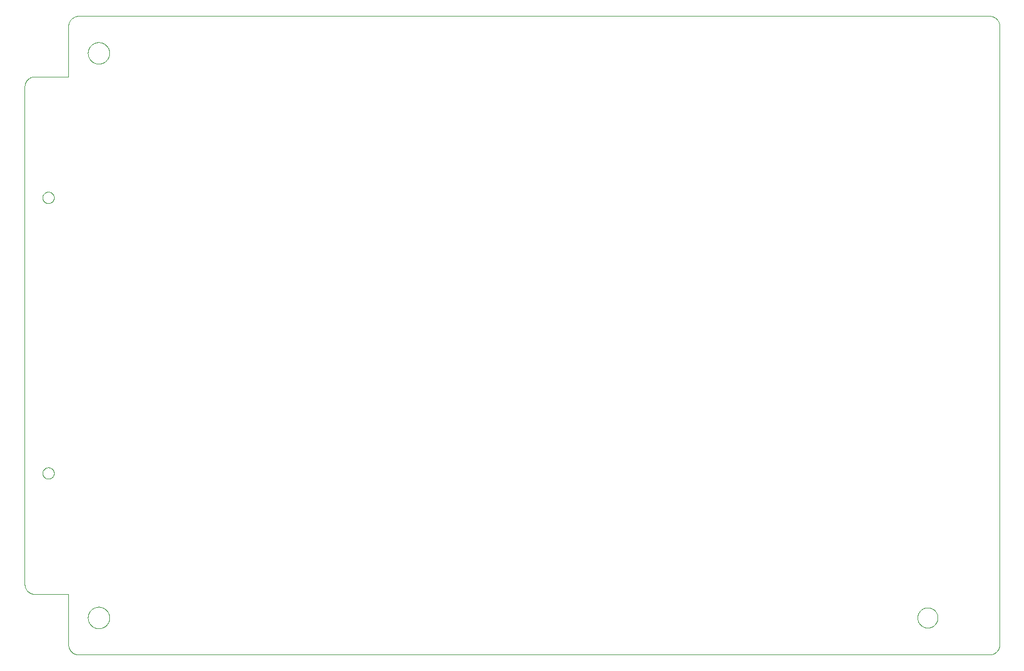
<source format=gko>
G75*
%MOIN*%
%OFA0B0*%
%FSLAX25Y25*%
%IPPOS*%
%LPD*%
%AMOC8*
5,1,8,0,0,1.08239X$1,22.5*
%
%ADD10C,0.00394*%
%ADD11C,0.00000*%
D10*
X0167522Y0076059D02*
X0167522Y0367398D01*
X0167524Y0367550D01*
X0167530Y0367702D01*
X0167540Y0367854D01*
X0167553Y0368005D01*
X0167571Y0368156D01*
X0167592Y0368307D01*
X0167618Y0368457D01*
X0167647Y0368606D01*
X0167680Y0368755D01*
X0167717Y0368902D01*
X0167757Y0369049D01*
X0167802Y0369194D01*
X0167850Y0369338D01*
X0167902Y0369481D01*
X0167957Y0369623D01*
X0168016Y0369763D01*
X0168079Y0369902D01*
X0168145Y0370039D01*
X0168215Y0370174D01*
X0168288Y0370307D01*
X0168365Y0370438D01*
X0168445Y0370568D01*
X0168528Y0370695D01*
X0168614Y0370820D01*
X0168704Y0370943D01*
X0168797Y0371063D01*
X0168893Y0371181D01*
X0168992Y0371297D01*
X0169094Y0371410D01*
X0169198Y0371520D01*
X0169306Y0371628D01*
X0169416Y0371732D01*
X0169529Y0371834D01*
X0169645Y0371933D01*
X0169763Y0372029D01*
X0169883Y0372122D01*
X0170006Y0372212D01*
X0170131Y0372298D01*
X0170258Y0372381D01*
X0170388Y0372461D01*
X0170519Y0372538D01*
X0170652Y0372611D01*
X0170787Y0372681D01*
X0170924Y0372747D01*
X0171063Y0372810D01*
X0171203Y0372869D01*
X0171345Y0372924D01*
X0171488Y0372976D01*
X0171632Y0373024D01*
X0171777Y0373069D01*
X0171924Y0373109D01*
X0172071Y0373146D01*
X0172220Y0373179D01*
X0172369Y0373208D01*
X0172519Y0373234D01*
X0172670Y0373255D01*
X0172821Y0373273D01*
X0172972Y0373286D01*
X0173124Y0373296D01*
X0173276Y0373302D01*
X0173428Y0373304D01*
X0173428Y0373303D02*
X0193113Y0373303D01*
X0193113Y0402831D01*
X0193112Y0402831D02*
X0193114Y0402983D01*
X0193120Y0403135D01*
X0193130Y0403287D01*
X0193143Y0403438D01*
X0193161Y0403589D01*
X0193182Y0403740D01*
X0193208Y0403890D01*
X0193237Y0404039D01*
X0193270Y0404188D01*
X0193307Y0404335D01*
X0193347Y0404482D01*
X0193392Y0404627D01*
X0193440Y0404771D01*
X0193492Y0404914D01*
X0193547Y0405056D01*
X0193606Y0405196D01*
X0193669Y0405335D01*
X0193735Y0405472D01*
X0193805Y0405607D01*
X0193878Y0405740D01*
X0193955Y0405871D01*
X0194035Y0406001D01*
X0194118Y0406128D01*
X0194204Y0406253D01*
X0194294Y0406376D01*
X0194387Y0406496D01*
X0194483Y0406614D01*
X0194582Y0406730D01*
X0194684Y0406843D01*
X0194788Y0406953D01*
X0194896Y0407061D01*
X0195006Y0407165D01*
X0195119Y0407267D01*
X0195235Y0407366D01*
X0195353Y0407462D01*
X0195473Y0407555D01*
X0195596Y0407645D01*
X0195721Y0407731D01*
X0195848Y0407814D01*
X0195978Y0407894D01*
X0196109Y0407971D01*
X0196242Y0408044D01*
X0196377Y0408114D01*
X0196514Y0408180D01*
X0196653Y0408243D01*
X0196793Y0408302D01*
X0196935Y0408357D01*
X0197078Y0408409D01*
X0197222Y0408457D01*
X0197367Y0408502D01*
X0197514Y0408542D01*
X0197661Y0408579D01*
X0197810Y0408612D01*
X0197959Y0408641D01*
X0198109Y0408667D01*
X0198260Y0408688D01*
X0198411Y0408706D01*
X0198562Y0408719D01*
X0198714Y0408729D01*
X0198866Y0408735D01*
X0199018Y0408737D01*
X0199018Y0408736D02*
X0732483Y0408736D01*
X0732483Y0408737D02*
X0732635Y0408735D01*
X0732787Y0408729D01*
X0732939Y0408719D01*
X0733090Y0408706D01*
X0733241Y0408688D01*
X0733392Y0408667D01*
X0733542Y0408641D01*
X0733691Y0408612D01*
X0733840Y0408579D01*
X0733987Y0408542D01*
X0734134Y0408502D01*
X0734279Y0408457D01*
X0734423Y0408409D01*
X0734566Y0408357D01*
X0734708Y0408302D01*
X0734848Y0408243D01*
X0734987Y0408180D01*
X0735124Y0408114D01*
X0735259Y0408044D01*
X0735392Y0407971D01*
X0735523Y0407894D01*
X0735653Y0407814D01*
X0735780Y0407731D01*
X0735905Y0407645D01*
X0736028Y0407555D01*
X0736148Y0407462D01*
X0736266Y0407366D01*
X0736382Y0407267D01*
X0736495Y0407165D01*
X0736605Y0407061D01*
X0736713Y0406953D01*
X0736817Y0406843D01*
X0736919Y0406730D01*
X0737018Y0406614D01*
X0737114Y0406496D01*
X0737207Y0406376D01*
X0737297Y0406253D01*
X0737383Y0406128D01*
X0737466Y0406001D01*
X0737546Y0405871D01*
X0737623Y0405740D01*
X0737696Y0405607D01*
X0737766Y0405472D01*
X0737832Y0405335D01*
X0737895Y0405196D01*
X0737954Y0405056D01*
X0738009Y0404914D01*
X0738061Y0404771D01*
X0738109Y0404627D01*
X0738154Y0404482D01*
X0738194Y0404335D01*
X0738231Y0404188D01*
X0738264Y0404039D01*
X0738293Y0403890D01*
X0738319Y0403740D01*
X0738340Y0403589D01*
X0738358Y0403438D01*
X0738371Y0403287D01*
X0738381Y0403135D01*
X0738387Y0402983D01*
X0738389Y0402831D01*
X0738388Y0402831D02*
X0738388Y0040626D01*
X0738389Y0040626D02*
X0738387Y0040474D01*
X0738381Y0040322D01*
X0738371Y0040170D01*
X0738358Y0040019D01*
X0738340Y0039868D01*
X0738319Y0039717D01*
X0738293Y0039567D01*
X0738264Y0039418D01*
X0738231Y0039269D01*
X0738194Y0039122D01*
X0738154Y0038975D01*
X0738109Y0038830D01*
X0738061Y0038686D01*
X0738009Y0038543D01*
X0737954Y0038401D01*
X0737895Y0038261D01*
X0737832Y0038122D01*
X0737766Y0037985D01*
X0737696Y0037850D01*
X0737623Y0037717D01*
X0737546Y0037586D01*
X0737466Y0037456D01*
X0737383Y0037329D01*
X0737297Y0037204D01*
X0737207Y0037081D01*
X0737114Y0036961D01*
X0737018Y0036843D01*
X0736919Y0036727D01*
X0736817Y0036614D01*
X0736713Y0036504D01*
X0736605Y0036396D01*
X0736495Y0036292D01*
X0736382Y0036190D01*
X0736266Y0036091D01*
X0736148Y0035995D01*
X0736028Y0035902D01*
X0735905Y0035812D01*
X0735780Y0035726D01*
X0735653Y0035643D01*
X0735523Y0035563D01*
X0735392Y0035486D01*
X0735259Y0035413D01*
X0735124Y0035343D01*
X0734987Y0035277D01*
X0734848Y0035214D01*
X0734708Y0035155D01*
X0734566Y0035100D01*
X0734423Y0035048D01*
X0734279Y0035000D01*
X0734134Y0034955D01*
X0733987Y0034915D01*
X0733840Y0034878D01*
X0733691Y0034845D01*
X0733542Y0034816D01*
X0733392Y0034790D01*
X0733241Y0034769D01*
X0733090Y0034751D01*
X0732939Y0034738D01*
X0732787Y0034728D01*
X0732635Y0034722D01*
X0732483Y0034720D01*
X0199018Y0034720D01*
X0198866Y0034722D01*
X0198714Y0034728D01*
X0198562Y0034738D01*
X0198411Y0034751D01*
X0198260Y0034769D01*
X0198109Y0034790D01*
X0197959Y0034816D01*
X0197810Y0034845D01*
X0197661Y0034878D01*
X0197514Y0034915D01*
X0197367Y0034955D01*
X0197222Y0035000D01*
X0197078Y0035048D01*
X0196935Y0035100D01*
X0196793Y0035155D01*
X0196653Y0035214D01*
X0196514Y0035277D01*
X0196377Y0035343D01*
X0196242Y0035413D01*
X0196109Y0035486D01*
X0195978Y0035563D01*
X0195848Y0035643D01*
X0195721Y0035726D01*
X0195596Y0035812D01*
X0195473Y0035902D01*
X0195353Y0035995D01*
X0195235Y0036091D01*
X0195119Y0036190D01*
X0195006Y0036292D01*
X0194896Y0036396D01*
X0194788Y0036504D01*
X0194684Y0036614D01*
X0194582Y0036727D01*
X0194483Y0036843D01*
X0194387Y0036961D01*
X0194294Y0037081D01*
X0194204Y0037204D01*
X0194118Y0037329D01*
X0194035Y0037456D01*
X0193955Y0037586D01*
X0193878Y0037717D01*
X0193805Y0037850D01*
X0193735Y0037985D01*
X0193669Y0038122D01*
X0193606Y0038261D01*
X0193547Y0038401D01*
X0193492Y0038543D01*
X0193440Y0038686D01*
X0193392Y0038830D01*
X0193347Y0038975D01*
X0193307Y0039122D01*
X0193270Y0039269D01*
X0193237Y0039418D01*
X0193208Y0039567D01*
X0193182Y0039717D01*
X0193161Y0039868D01*
X0193143Y0040019D01*
X0193130Y0040170D01*
X0193120Y0040322D01*
X0193114Y0040474D01*
X0193112Y0040626D01*
X0193113Y0040626D02*
X0193113Y0070154D01*
X0173428Y0070154D01*
X0173428Y0070153D02*
X0173276Y0070155D01*
X0173124Y0070161D01*
X0172972Y0070171D01*
X0172821Y0070184D01*
X0172670Y0070202D01*
X0172519Y0070223D01*
X0172369Y0070249D01*
X0172220Y0070278D01*
X0172071Y0070311D01*
X0171924Y0070348D01*
X0171777Y0070388D01*
X0171632Y0070433D01*
X0171488Y0070481D01*
X0171345Y0070533D01*
X0171203Y0070588D01*
X0171063Y0070647D01*
X0170924Y0070710D01*
X0170787Y0070776D01*
X0170652Y0070846D01*
X0170519Y0070919D01*
X0170388Y0070996D01*
X0170258Y0071076D01*
X0170131Y0071159D01*
X0170006Y0071245D01*
X0169883Y0071335D01*
X0169763Y0071428D01*
X0169645Y0071524D01*
X0169529Y0071623D01*
X0169416Y0071725D01*
X0169306Y0071829D01*
X0169198Y0071937D01*
X0169094Y0072047D01*
X0168992Y0072160D01*
X0168893Y0072276D01*
X0168797Y0072394D01*
X0168704Y0072514D01*
X0168614Y0072637D01*
X0168528Y0072762D01*
X0168445Y0072889D01*
X0168365Y0073019D01*
X0168288Y0073150D01*
X0168215Y0073283D01*
X0168145Y0073418D01*
X0168079Y0073555D01*
X0168016Y0073694D01*
X0167957Y0073834D01*
X0167902Y0073976D01*
X0167850Y0074119D01*
X0167802Y0074263D01*
X0167757Y0074408D01*
X0167717Y0074555D01*
X0167680Y0074702D01*
X0167647Y0074851D01*
X0167618Y0075000D01*
X0167592Y0075150D01*
X0167571Y0075301D01*
X0167553Y0075452D01*
X0167540Y0075603D01*
X0167530Y0075755D01*
X0167524Y0075907D01*
X0167522Y0076059D01*
D11*
X0204530Y0056374D02*
X0204532Y0056532D01*
X0204538Y0056690D01*
X0204548Y0056848D01*
X0204562Y0057006D01*
X0204580Y0057163D01*
X0204601Y0057320D01*
X0204627Y0057476D01*
X0204657Y0057632D01*
X0204690Y0057787D01*
X0204728Y0057940D01*
X0204769Y0058093D01*
X0204814Y0058245D01*
X0204863Y0058396D01*
X0204916Y0058545D01*
X0204972Y0058693D01*
X0205032Y0058839D01*
X0205096Y0058984D01*
X0205164Y0059127D01*
X0205235Y0059269D01*
X0205309Y0059409D01*
X0205387Y0059546D01*
X0205469Y0059682D01*
X0205553Y0059816D01*
X0205642Y0059947D01*
X0205733Y0060076D01*
X0205828Y0060203D01*
X0205925Y0060328D01*
X0206026Y0060450D01*
X0206130Y0060569D01*
X0206237Y0060686D01*
X0206347Y0060800D01*
X0206460Y0060911D01*
X0206575Y0061020D01*
X0206693Y0061125D01*
X0206814Y0061227D01*
X0206937Y0061327D01*
X0207063Y0061423D01*
X0207191Y0061516D01*
X0207321Y0061606D01*
X0207454Y0061692D01*
X0207589Y0061776D01*
X0207725Y0061855D01*
X0207864Y0061932D01*
X0208005Y0062004D01*
X0208147Y0062074D01*
X0208291Y0062139D01*
X0208437Y0062201D01*
X0208584Y0062259D01*
X0208733Y0062314D01*
X0208883Y0062365D01*
X0209034Y0062412D01*
X0209186Y0062455D01*
X0209339Y0062494D01*
X0209494Y0062530D01*
X0209649Y0062561D01*
X0209805Y0062589D01*
X0209961Y0062613D01*
X0210118Y0062633D01*
X0210276Y0062649D01*
X0210433Y0062661D01*
X0210592Y0062669D01*
X0210750Y0062673D01*
X0210908Y0062673D01*
X0211066Y0062669D01*
X0211225Y0062661D01*
X0211382Y0062649D01*
X0211540Y0062633D01*
X0211697Y0062613D01*
X0211853Y0062589D01*
X0212009Y0062561D01*
X0212164Y0062530D01*
X0212319Y0062494D01*
X0212472Y0062455D01*
X0212624Y0062412D01*
X0212775Y0062365D01*
X0212925Y0062314D01*
X0213074Y0062259D01*
X0213221Y0062201D01*
X0213367Y0062139D01*
X0213511Y0062074D01*
X0213653Y0062004D01*
X0213794Y0061932D01*
X0213933Y0061855D01*
X0214069Y0061776D01*
X0214204Y0061692D01*
X0214337Y0061606D01*
X0214467Y0061516D01*
X0214595Y0061423D01*
X0214721Y0061327D01*
X0214844Y0061227D01*
X0214965Y0061125D01*
X0215083Y0061020D01*
X0215198Y0060911D01*
X0215311Y0060800D01*
X0215421Y0060686D01*
X0215528Y0060569D01*
X0215632Y0060450D01*
X0215733Y0060328D01*
X0215830Y0060203D01*
X0215925Y0060076D01*
X0216016Y0059947D01*
X0216105Y0059816D01*
X0216189Y0059682D01*
X0216271Y0059546D01*
X0216349Y0059409D01*
X0216423Y0059269D01*
X0216494Y0059127D01*
X0216562Y0058984D01*
X0216626Y0058839D01*
X0216686Y0058693D01*
X0216742Y0058545D01*
X0216795Y0058396D01*
X0216844Y0058245D01*
X0216889Y0058093D01*
X0216930Y0057940D01*
X0216968Y0057787D01*
X0217001Y0057632D01*
X0217031Y0057476D01*
X0217057Y0057320D01*
X0217078Y0057163D01*
X0217096Y0057006D01*
X0217110Y0056848D01*
X0217120Y0056690D01*
X0217126Y0056532D01*
X0217128Y0056374D01*
X0217126Y0056216D01*
X0217120Y0056058D01*
X0217110Y0055900D01*
X0217096Y0055742D01*
X0217078Y0055585D01*
X0217057Y0055428D01*
X0217031Y0055272D01*
X0217001Y0055116D01*
X0216968Y0054961D01*
X0216930Y0054808D01*
X0216889Y0054655D01*
X0216844Y0054503D01*
X0216795Y0054352D01*
X0216742Y0054203D01*
X0216686Y0054055D01*
X0216626Y0053909D01*
X0216562Y0053764D01*
X0216494Y0053621D01*
X0216423Y0053479D01*
X0216349Y0053339D01*
X0216271Y0053202D01*
X0216189Y0053066D01*
X0216105Y0052932D01*
X0216016Y0052801D01*
X0215925Y0052672D01*
X0215830Y0052545D01*
X0215733Y0052420D01*
X0215632Y0052298D01*
X0215528Y0052179D01*
X0215421Y0052062D01*
X0215311Y0051948D01*
X0215198Y0051837D01*
X0215083Y0051728D01*
X0214965Y0051623D01*
X0214844Y0051521D01*
X0214721Y0051421D01*
X0214595Y0051325D01*
X0214467Y0051232D01*
X0214337Y0051142D01*
X0214204Y0051056D01*
X0214069Y0050972D01*
X0213933Y0050893D01*
X0213794Y0050816D01*
X0213653Y0050744D01*
X0213511Y0050674D01*
X0213367Y0050609D01*
X0213221Y0050547D01*
X0213074Y0050489D01*
X0212925Y0050434D01*
X0212775Y0050383D01*
X0212624Y0050336D01*
X0212472Y0050293D01*
X0212319Y0050254D01*
X0212164Y0050218D01*
X0212009Y0050187D01*
X0211853Y0050159D01*
X0211697Y0050135D01*
X0211540Y0050115D01*
X0211382Y0050099D01*
X0211225Y0050087D01*
X0211066Y0050079D01*
X0210908Y0050075D01*
X0210750Y0050075D01*
X0210592Y0050079D01*
X0210433Y0050087D01*
X0210276Y0050099D01*
X0210118Y0050115D01*
X0209961Y0050135D01*
X0209805Y0050159D01*
X0209649Y0050187D01*
X0209494Y0050218D01*
X0209339Y0050254D01*
X0209186Y0050293D01*
X0209034Y0050336D01*
X0208883Y0050383D01*
X0208733Y0050434D01*
X0208584Y0050489D01*
X0208437Y0050547D01*
X0208291Y0050609D01*
X0208147Y0050674D01*
X0208005Y0050744D01*
X0207864Y0050816D01*
X0207725Y0050893D01*
X0207589Y0050972D01*
X0207454Y0051056D01*
X0207321Y0051142D01*
X0207191Y0051232D01*
X0207063Y0051325D01*
X0206937Y0051421D01*
X0206814Y0051521D01*
X0206693Y0051623D01*
X0206575Y0051728D01*
X0206460Y0051837D01*
X0206347Y0051948D01*
X0206237Y0052062D01*
X0206130Y0052179D01*
X0206026Y0052298D01*
X0205925Y0052420D01*
X0205828Y0052545D01*
X0205733Y0052672D01*
X0205642Y0052801D01*
X0205553Y0052932D01*
X0205469Y0053066D01*
X0205387Y0053202D01*
X0205309Y0053339D01*
X0205235Y0053479D01*
X0205164Y0053621D01*
X0205096Y0053764D01*
X0205032Y0053909D01*
X0204972Y0054055D01*
X0204916Y0054203D01*
X0204863Y0054352D01*
X0204814Y0054503D01*
X0204769Y0054655D01*
X0204728Y0054808D01*
X0204690Y0054961D01*
X0204657Y0055116D01*
X0204627Y0055272D01*
X0204601Y0055428D01*
X0204580Y0055585D01*
X0204562Y0055742D01*
X0204548Y0055900D01*
X0204538Y0056058D01*
X0204532Y0056216D01*
X0204530Y0056374D01*
X0177956Y0141020D02*
X0177958Y0141135D01*
X0177964Y0141251D01*
X0177974Y0141366D01*
X0177988Y0141481D01*
X0178006Y0141595D01*
X0178028Y0141708D01*
X0178053Y0141821D01*
X0178083Y0141932D01*
X0178116Y0142043D01*
X0178153Y0142152D01*
X0178194Y0142260D01*
X0178239Y0142367D01*
X0178287Y0142472D01*
X0178339Y0142575D01*
X0178395Y0142676D01*
X0178454Y0142776D01*
X0178516Y0142873D01*
X0178582Y0142968D01*
X0178650Y0143061D01*
X0178722Y0143151D01*
X0178797Y0143239D01*
X0178876Y0143324D01*
X0178957Y0143406D01*
X0179040Y0143486D01*
X0179127Y0143562D01*
X0179216Y0143636D01*
X0179307Y0143706D01*
X0179401Y0143774D01*
X0179497Y0143838D01*
X0179596Y0143898D01*
X0179696Y0143955D01*
X0179798Y0144009D01*
X0179902Y0144059D01*
X0180008Y0144106D01*
X0180115Y0144149D01*
X0180224Y0144188D01*
X0180334Y0144223D01*
X0180445Y0144254D01*
X0180557Y0144282D01*
X0180670Y0144306D01*
X0180784Y0144326D01*
X0180899Y0144342D01*
X0181014Y0144354D01*
X0181129Y0144362D01*
X0181244Y0144366D01*
X0181360Y0144366D01*
X0181475Y0144362D01*
X0181590Y0144354D01*
X0181705Y0144342D01*
X0181820Y0144326D01*
X0181934Y0144306D01*
X0182047Y0144282D01*
X0182159Y0144254D01*
X0182270Y0144223D01*
X0182380Y0144188D01*
X0182489Y0144149D01*
X0182596Y0144106D01*
X0182702Y0144059D01*
X0182806Y0144009D01*
X0182908Y0143955D01*
X0183008Y0143898D01*
X0183107Y0143838D01*
X0183203Y0143774D01*
X0183297Y0143706D01*
X0183388Y0143636D01*
X0183477Y0143562D01*
X0183564Y0143486D01*
X0183647Y0143406D01*
X0183728Y0143324D01*
X0183807Y0143239D01*
X0183882Y0143151D01*
X0183954Y0143061D01*
X0184022Y0142968D01*
X0184088Y0142873D01*
X0184150Y0142776D01*
X0184209Y0142676D01*
X0184265Y0142575D01*
X0184317Y0142472D01*
X0184365Y0142367D01*
X0184410Y0142260D01*
X0184451Y0142152D01*
X0184488Y0142043D01*
X0184521Y0141932D01*
X0184551Y0141821D01*
X0184576Y0141708D01*
X0184598Y0141595D01*
X0184616Y0141481D01*
X0184630Y0141366D01*
X0184640Y0141251D01*
X0184646Y0141135D01*
X0184648Y0141020D01*
X0184646Y0140905D01*
X0184640Y0140789D01*
X0184630Y0140674D01*
X0184616Y0140559D01*
X0184598Y0140445D01*
X0184576Y0140332D01*
X0184551Y0140219D01*
X0184521Y0140108D01*
X0184488Y0139997D01*
X0184451Y0139888D01*
X0184410Y0139780D01*
X0184365Y0139673D01*
X0184317Y0139568D01*
X0184265Y0139465D01*
X0184209Y0139364D01*
X0184150Y0139264D01*
X0184088Y0139167D01*
X0184022Y0139072D01*
X0183954Y0138979D01*
X0183882Y0138889D01*
X0183807Y0138801D01*
X0183728Y0138716D01*
X0183647Y0138634D01*
X0183564Y0138554D01*
X0183477Y0138478D01*
X0183388Y0138404D01*
X0183297Y0138334D01*
X0183203Y0138266D01*
X0183107Y0138202D01*
X0183008Y0138142D01*
X0182908Y0138085D01*
X0182806Y0138031D01*
X0182702Y0137981D01*
X0182596Y0137934D01*
X0182489Y0137891D01*
X0182380Y0137852D01*
X0182270Y0137817D01*
X0182159Y0137786D01*
X0182047Y0137758D01*
X0181934Y0137734D01*
X0181820Y0137714D01*
X0181705Y0137698D01*
X0181590Y0137686D01*
X0181475Y0137678D01*
X0181360Y0137674D01*
X0181244Y0137674D01*
X0181129Y0137678D01*
X0181014Y0137686D01*
X0180899Y0137698D01*
X0180784Y0137714D01*
X0180670Y0137734D01*
X0180557Y0137758D01*
X0180445Y0137786D01*
X0180334Y0137817D01*
X0180224Y0137852D01*
X0180115Y0137891D01*
X0180008Y0137934D01*
X0179902Y0137981D01*
X0179798Y0138031D01*
X0179696Y0138085D01*
X0179596Y0138142D01*
X0179497Y0138202D01*
X0179401Y0138266D01*
X0179307Y0138334D01*
X0179216Y0138404D01*
X0179127Y0138478D01*
X0179040Y0138554D01*
X0178957Y0138634D01*
X0178876Y0138716D01*
X0178797Y0138801D01*
X0178722Y0138889D01*
X0178650Y0138979D01*
X0178582Y0139072D01*
X0178516Y0139167D01*
X0178454Y0139264D01*
X0178395Y0139364D01*
X0178339Y0139465D01*
X0178287Y0139568D01*
X0178239Y0139673D01*
X0178194Y0139780D01*
X0178153Y0139888D01*
X0178116Y0139997D01*
X0178083Y0140108D01*
X0178053Y0140219D01*
X0178028Y0140332D01*
X0178006Y0140445D01*
X0177988Y0140559D01*
X0177974Y0140674D01*
X0177964Y0140789D01*
X0177958Y0140905D01*
X0177956Y0141020D01*
X0177956Y0302437D02*
X0177958Y0302552D01*
X0177964Y0302668D01*
X0177974Y0302783D01*
X0177988Y0302898D01*
X0178006Y0303012D01*
X0178028Y0303125D01*
X0178053Y0303238D01*
X0178083Y0303349D01*
X0178116Y0303460D01*
X0178153Y0303569D01*
X0178194Y0303677D01*
X0178239Y0303784D01*
X0178287Y0303889D01*
X0178339Y0303992D01*
X0178395Y0304093D01*
X0178454Y0304193D01*
X0178516Y0304290D01*
X0178582Y0304385D01*
X0178650Y0304478D01*
X0178722Y0304568D01*
X0178797Y0304656D01*
X0178876Y0304741D01*
X0178957Y0304823D01*
X0179040Y0304903D01*
X0179127Y0304979D01*
X0179216Y0305053D01*
X0179307Y0305123D01*
X0179401Y0305191D01*
X0179497Y0305255D01*
X0179596Y0305315D01*
X0179696Y0305372D01*
X0179798Y0305426D01*
X0179902Y0305476D01*
X0180008Y0305523D01*
X0180115Y0305566D01*
X0180224Y0305605D01*
X0180334Y0305640D01*
X0180445Y0305671D01*
X0180557Y0305699D01*
X0180670Y0305723D01*
X0180784Y0305743D01*
X0180899Y0305759D01*
X0181014Y0305771D01*
X0181129Y0305779D01*
X0181244Y0305783D01*
X0181360Y0305783D01*
X0181475Y0305779D01*
X0181590Y0305771D01*
X0181705Y0305759D01*
X0181820Y0305743D01*
X0181934Y0305723D01*
X0182047Y0305699D01*
X0182159Y0305671D01*
X0182270Y0305640D01*
X0182380Y0305605D01*
X0182489Y0305566D01*
X0182596Y0305523D01*
X0182702Y0305476D01*
X0182806Y0305426D01*
X0182908Y0305372D01*
X0183008Y0305315D01*
X0183107Y0305255D01*
X0183203Y0305191D01*
X0183297Y0305123D01*
X0183388Y0305053D01*
X0183477Y0304979D01*
X0183564Y0304903D01*
X0183647Y0304823D01*
X0183728Y0304741D01*
X0183807Y0304656D01*
X0183882Y0304568D01*
X0183954Y0304478D01*
X0184022Y0304385D01*
X0184088Y0304290D01*
X0184150Y0304193D01*
X0184209Y0304093D01*
X0184265Y0303992D01*
X0184317Y0303889D01*
X0184365Y0303784D01*
X0184410Y0303677D01*
X0184451Y0303569D01*
X0184488Y0303460D01*
X0184521Y0303349D01*
X0184551Y0303238D01*
X0184576Y0303125D01*
X0184598Y0303012D01*
X0184616Y0302898D01*
X0184630Y0302783D01*
X0184640Y0302668D01*
X0184646Y0302552D01*
X0184648Y0302437D01*
X0184646Y0302322D01*
X0184640Y0302206D01*
X0184630Y0302091D01*
X0184616Y0301976D01*
X0184598Y0301862D01*
X0184576Y0301749D01*
X0184551Y0301636D01*
X0184521Y0301525D01*
X0184488Y0301414D01*
X0184451Y0301305D01*
X0184410Y0301197D01*
X0184365Y0301090D01*
X0184317Y0300985D01*
X0184265Y0300882D01*
X0184209Y0300781D01*
X0184150Y0300681D01*
X0184088Y0300584D01*
X0184022Y0300489D01*
X0183954Y0300396D01*
X0183882Y0300306D01*
X0183807Y0300218D01*
X0183728Y0300133D01*
X0183647Y0300051D01*
X0183564Y0299971D01*
X0183477Y0299895D01*
X0183388Y0299821D01*
X0183297Y0299751D01*
X0183203Y0299683D01*
X0183107Y0299619D01*
X0183008Y0299559D01*
X0182908Y0299502D01*
X0182806Y0299448D01*
X0182702Y0299398D01*
X0182596Y0299351D01*
X0182489Y0299308D01*
X0182380Y0299269D01*
X0182270Y0299234D01*
X0182159Y0299203D01*
X0182047Y0299175D01*
X0181934Y0299151D01*
X0181820Y0299131D01*
X0181705Y0299115D01*
X0181590Y0299103D01*
X0181475Y0299095D01*
X0181360Y0299091D01*
X0181244Y0299091D01*
X0181129Y0299095D01*
X0181014Y0299103D01*
X0180899Y0299115D01*
X0180784Y0299131D01*
X0180670Y0299151D01*
X0180557Y0299175D01*
X0180445Y0299203D01*
X0180334Y0299234D01*
X0180224Y0299269D01*
X0180115Y0299308D01*
X0180008Y0299351D01*
X0179902Y0299398D01*
X0179798Y0299448D01*
X0179696Y0299502D01*
X0179596Y0299559D01*
X0179497Y0299619D01*
X0179401Y0299683D01*
X0179307Y0299751D01*
X0179216Y0299821D01*
X0179127Y0299895D01*
X0179040Y0299971D01*
X0178957Y0300051D01*
X0178876Y0300133D01*
X0178797Y0300218D01*
X0178722Y0300306D01*
X0178650Y0300396D01*
X0178582Y0300489D01*
X0178516Y0300584D01*
X0178454Y0300681D01*
X0178395Y0300781D01*
X0178339Y0300882D01*
X0178287Y0300985D01*
X0178239Y0301090D01*
X0178194Y0301197D01*
X0178153Y0301305D01*
X0178116Y0301414D01*
X0178083Y0301525D01*
X0178053Y0301636D01*
X0178028Y0301749D01*
X0178006Y0301862D01*
X0177988Y0301976D01*
X0177974Y0302091D01*
X0177964Y0302206D01*
X0177958Y0302322D01*
X0177956Y0302437D01*
X0204530Y0387083D02*
X0204532Y0387241D01*
X0204538Y0387399D01*
X0204548Y0387557D01*
X0204562Y0387715D01*
X0204580Y0387872D01*
X0204601Y0388029D01*
X0204627Y0388185D01*
X0204657Y0388341D01*
X0204690Y0388496D01*
X0204728Y0388649D01*
X0204769Y0388802D01*
X0204814Y0388954D01*
X0204863Y0389105D01*
X0204916Y0389254D01*
X0204972Y0389402D01*
X0205032Y0389548D01*
X0205096Y0389693D01*
X0205164Y0389836D01*
X0205235Y0389978D01*
X0205309Y0390118D01*
X0205387Y0390255D01*
X0205469Y0390391D01*
X0205553Y0390525D01*
X0205642Y0390656D01*
X0205733Y0390785D01*
X0205828Y0390912D01*
X0205925Y0391037D01*
X0206026Y0391159D01*
X0206130Y0391278D01*
X0206237Y0391395D01*
X0206347Y0391509D01*
X0206460Y0391620D01*
X0206575Y0391729D01*
X0206693Y0391834D01*
X0206814Y0391936D01*
X0206937Y0392036D01*
X0207063Y0392132D01*
X0207191Y0392225D01*
X0207321Y0392315D01*
X0207454Y0392401D01*
X0207589Y0392485D01*
X0207725Y0392564D01*
X0207864Y0392641D01*
X0208005Y0392713D01*
X0208147Y0392783D01*
X0208291Y0392848D01*
X0208437Y0392910D01*
X0208584Y0392968D01*
X0208733Y0393023D01*
X0208883Y0393074D01*
X0209034Y0393121D01*
X0209186Y0393164D01*
X0209339Y0393203D01*
X0209494Y0393239D01*
X0209649Y0393270D01*
X0209805Y0393298D01*
X0209961Y0393322D01*
X0210118Y0393342D01*
X0210276Y0393358D01*
X0210433Y0393370D01*
X0210592Y0393378D01*
X0210750Y0393382D01*
X0210908Y0393382D01*
X0211066Y0393378D01*
X0211225Y0393370D01*
X0211382Y0393358D01*
X0211540Y0393342D01*
X0211697Y0393322D01*
X0211853Y0393298D01*
X0212009Y0393270D01*
X0212164Y0393239D01*
X0212319Y0393203D01*
X0212472Y0393164D01*
X0212624Y0393121D01*
X0212775Y0393074D01*
X0212925Y0393023D01*
X0213074Y0392968D01*
X0213221Y0392910D01*
X0213367Y0392848D01*
X0213511Y0392783D01*
X0213653Y0392713D01*
X0213794Y0392641D01*
X0213933Y0392564D01*
X0214069Y0392485D01*
X0214204Y0392401D01*
X0214337Y0392315D01*
X0214467Y0392225D01*
X0214595Y0392132D01*
X0214721Y0392036D01*
X0214844Y0391936D01*
X0214965Y0391834D01*
X0215083Y0391729D01*
X0215198Y0391620D01*
X0215311Y0391509D01*
X0215421Y0391395D01*
X0215528Y0391278D01*
X0215632Y0391159D01*
X0215733Y0391037D01*
X0215830Y0390912D01*
X0215925Y0390785D01*
X0216016Y0390656D01*
X0216105Y0390525D01*
X0216189Y0390391D01*
X0216271Y0390255D01*
X0216349Y0390118D01*
X0216423Y0389978D01*
X0216494Y0389836D01*
X0216562Y0389693D01*
X0216626Y0389548D01*
X0216686Y0389402D01*
X0216742Y0389254D01*
X0216795Y0389105D01*
X0216844Y0388954D01*
X0216889Y0388802D01*
X0216930Y0388649D01*
X0216968Y0388496D01*
X0217001Y0388341D01*
X0217031Y0388185D01*
X0217057Y0388029D01*
X0217078Y0387872D01*
X0217096Y0387715D01*
X0217110Y0387557D01*
X0217120Y0387399D01*
X0217126Y0387241D01*
X0217128Y0387083D01*
X0217126Y0386925D01*
X0217120Y0386767D01*
X0217110Y0386609D01*
X0217096Y0386451D01*
X0217078Y0386294D01*
X0217057Y0386137D01*
X0217031Y0385981D01*
X0217001Y0385825D01*
X0216968Y0385670D01*
X0216930Y0385517D01*
X0216889Y0385364D01*
X0216844Y0385212D01*
X0216795Y0385061D01*
X0216742Y0384912D01*
X0216686Y0384764D01*
X0216626Y0384618D01*
X0216562Y0384473D01*
X0216494Y0384330D01*
X0216423Y0384188D01*
X0216349Y0384048D01*
X0216271Y0383911D01*
X0216189Y0383775D01*
X0216105Y0383641D01*
X0216016Y0383510D01*
X0215925Y0383381D01*
X0215830Y0383254D01*
X0215733Y0383129D01*
X0215632Y0383007D01*
X0215528Y0382888D01*
X0215421Y0382771D01*
X0215311Y0382657D01*
X0215198Y0382546D01*
X0215083Y0382437D01*
X0214965Y0382332D01*
X0214844Y0382230D01*
X0214721Y0382130D01*
X0214595Y0382034D01*
X0214467Y0381941D01*
X0214337Y0381851D01*
X0214204Y0381765D01*
X0214069Y0381681D01*
X0213933Y0381602D01*
X0213794Y0381525D01*
X0213653Y0381453D01*
X0213511Y0381383D01*
X0213367Y0381318D01*
X0213221Y0381256D01*
X0213074Y0381198D01*
X0212925Y0381143D01*
X0212775Y0381092D01*
X0212624Y0381045D01*
X0212472Y0381002D01*
X0212319Y0380963D01*
X0212164Y0380927D01*
X0212009Y0380896D01*
X0211853Y0380868D01*
X0211697Y0380844D01*
X0211540Y0380824D01*
X0211382Y0380808D01*
X0211225Y0380796D01*
X0211066Y0380788D01*
X0210908Y0380784D01*
X0210750Y0380784D01*
X0210592Y0380788D01*
X0210433Y0380796D01*
X0210276Y0380808D01*
X0210118Y0380824D01*
X0209961Y0380844D01*
X0209805Y0380868D01*
X0209649Y0380896D01*
X0209494Y0380927D01*
X0209339Y0380963D01*
X0209186Y0381002D01*
X0209034Y0381045D01*
X0208883Y0381092D01*
X0208733Y0381143D01*
X0208584Y0381198D01*
X0208437Y0381256D01*
X0208291Y0381318D01*
X0208147Y0381383D01*
X0208005Y0381453D01*
X0207864Y0381525D01*
X0207725Y0381602D01*
X0207589Y0381681D01*
X0207454Y0381765D01*
X0207321Y0381851D01*
X0207191Y0381941D01*
X0207063Y0382034D01*
X0206937Y0382130D01*
X0206814Y0382230D01*
X0206693Y0382332D01*
X0206575Y0382437D01*
X0206460Y0382546D01*
X0206347Y0382657D01*
X0206237Y0382771D01*
X0206130Y0382888D01*
X0206026Y0383007D01*
X0205925Y0383129D01*
X0205828Y0383254D01*
X0205733Y0383381D01*
X0205642Y0383510D01*
X0205553Y0383641D01*
X0205469Y0383775D01*
X0205387Y0383911D01*
X0205309Y0384048D01*
X0205235Y0384188D01*
X0205164Y0384330D01*
X0205096Y0384473D01*
X0205032Y0384618D01*
X0204972Y0384764D01*
X0204916Y0384912D01*
X0204863Y0385061D01*
X0204814Y0385212D01*
X0204769Y0385364D01*
X0204728Y0385517D01*
X0204690Y0385670D01*
X0204657Y0385825D01*
X0204627Y0385981D01*
X0204601Y0386137D01*
X0204580Y0386294D01*
X0204562Y0386451D01*
X0204548Y0386609D01*
X0204538Y0386767D01*
X0204532Y0386925D01*
X0204530Y0387083D01*
X0690356Y0056374D02*
X0690358Y0056527D01*
X0690364Y0056681D01*
X0690374Y0056834D01*
X0690388Y0056986D01*
X0690406Y0057139D01*
X0690428Y0057290D01*
X0690453Y0057441D01*
X0690483Y0057592D01*
X0690517Y0057742D01*
X0690554Y0057890D01*
X0690595Y0058038D01*
X0690640Y0058184D01*
X0690689Y0058330D01*
X0690742Y0058474D01*
X0690798Y0058616D01*
X0690858Y0058757D01*
X0690922Y0058897D01*
X0690989Y0059035D01*
X0691060Y0059171D01*
X0691135Y0059305D01*
X0691212Y0059437D01*
X0691294Y0059567D01*
X0691378Y0059695D01*
X0691466Y0059821D01*
X0691557Y0059944D01*
X0691651Y0060065D01*
X0691749Y0060183D01*
X0691849Y0060299D01*
X0691953Y0060412D01*
X0692059Y0060523D01*
X0692168Y0060631D01*
X0692280Y0060736D01*
X0692394Y0060837D01*
X0692512Y0060936D01*
X0692631Y0061032D01*
X0692753Y0061125D01*
X0692878Y0061214D01*
X0693005Y0061301D01*
X0693134Y0061383D01*
X0693265Y0061463D01*
X0693398Y0061539D01*
X0693533Y0061612D01*
X0693670Y0061681D01*
X0693809Y0061746D01*
X0693949Y0061808D01*
X0694091Y0061866D01*
X0694234Y0061921D01*
X0694379Y0061972D01*
X0694525Y0062019D01*
X0694672Y0062062D01*
X0694820Y0062101D01*
X0694969Y0062137D01*
X0695119Y0062168D01*
X0695270Y0062196D01*
X0695421Y0062220D01*
X0695574Y0062240D01*
X0695726Y0062256D01*
X0695879Y0062268D01*
X0696032Y0062276D01*
X0696185Y0062280D01*
X0696339Y0062280D01*
X0696492Y0062276D01*
X0696645Y0062268D01*
X0696798Y0062256D01*
X0696950Y0062240D01*
X0697103Y0062220D01*
X0697254Y0062196D01*
X0697405Y0062168D01*
X0697555Y0062137D01*
X0697704Y0062101D01*
X0697852Y0062062D01*
X0697999Y0062019D01*
X0698145Y0061972D01*
X0698290Y0061921D01*
X0698433Y0061866D01*
X0698575Y0061808D01*
X0698715Y0061746D01*
X0698854Y0061681D01*
X0698991Y0061612D01*
X0699126Y0061539D01*
X0699259Y0061463D01*
X0699390Y0061383D01*
X0699519Y0061301D01*
X0699646Y0061214D01*
X0699771Y0061125D01*
X0699893Y0061032D01*
X0700012Y0060936D01*
X0700130Y0060837D01*
X0700244Y0060736D01*
X0700356Y0060631D01*
X0700465Y0060523D01*
X0700571Y0060412D01*
X0700675Y0060299D01*
X0700775Y0060183D01*
X0700873Y0060065D01*
X0700967Y0059944D01*
X0701058Y0059821D01*
X0701146Y0059695D01*
X0701230Y0059567D01*
X0701312Y0059437D01*
X0701389Y0059305D01*
X0701464Y0059171D01*
X0701535Y0059035D01*
X0701602Y0058897D01*
X0701666Y0058757D01*
X0701726Y0058616D01*
X0701782Y0058474D01*
X0701835Y0058330D01*
X0701884Y0058184D01*
X0701929Y0058038D01*
X0701970Y0057890D01*
X0702007Y0057742D01*
X0702041Y0057592D01*
X0702071Y0057441D01*
X0702096Y0057290D01*
X0702118Y0057139D01*
X0702136Y0056986D01*
X0702150Y0056834D01*
X0702160Y0056681D01*
X0702166Y0056527D01*
X0702168Y0056374D01*
X0702166Y0056221D01*
X0702160Y0056067D01*
X0702150Y0055914D01*
X0702136Y0055762D01*
X0702118Y0055609D01*
X0702096Y0055458D01*
X0702071Y0055307D01*
X0702041Y0055156D01*
X0702007Y0055006D01*
X0701970Y0054858D01*
X0701929Y0054710D01*
X0701884Y0054564D01*
X0701835Y0054418D01*
X0701782Y0054274D01*
X0701726Y0054132D01*
X0701666Y0053991D01*
X0701602Y0053851D01*
X0701535Y0053713D01*
X0701464Y0053577D01*
X0701389Y0053443D01*
X0701312Y0053311D01*
X0701230Y0053181D01*
X0701146Y0053053D01*
X0701058Y0052927D01*
X0700967Y0052804D01*
X0700873Y0052683D01*
X0700775Y0052565D01*
X0700675Y0052449D01*
X0700571Y0052336D01*
X0700465Y0052225D01*
X0700356Y0052117D01*
X0700244Y0052012D01*
X0700130Y0051911D01*
X0700012Y0051812D01*
X0699893Y0051716D01*
X0699771Y0051623D01*
X0699646Y0051534D01*
X0699519Y0051447D01*
X0699390Y0051365D01*
X0699259Y0051285D01*
X0699126Y0051209D01*
X0698991Y0051136D01*
X0698854Y0051067D01*
X0698715Y0051002D01*
X0698575Y0050940D01*
X0698433Y0050882D01*
X0698290Y0050827D01*
X0698145Y0050776D01*
X0697999Y0050729D01*
X0697852Y0050686D01*
X0697704Y0050647D01*
X0697555Y0050611D01*
X0697405Y0050580D01*
X0697254Y0050552D01*
X0697103Y0050528D01*
X0696950Y0050508D01*
X0696798Y0050492D01*
X0696645Y0050480D01*
X0696492Y0050472D01*
X0696339Y0050468D01*
X0696185Y0050468D01*
X0696032Y0050472D01*
X0695879Y0050480D01*
X0695726Y0050492D01*
X0695574Y0050508D01*
X0695421Y0050528D01*
X0695270Y0050552D01*
X0695119Y0050580D01*
X0694969Y0050611D01*
X0694820Y0050647D01*
X0694672Y0050686D01*
X0694525Y0050729D01*
X0694379Y0050776D01*
X0694234Y0050827D01*
X0694091Y0050882D01*
X0693949Y0050940D01*
X0693809Y0051002D01*
X0693670Y0051067D01*
X0693533Y0051136D01*
X0693398Y0051209D01*
X0693265Y0051285D01*
X0693134Y0051365D01*
X0693005Y0051447D01*
X0692878Y0051534D01*
X0692753Y0051623D01*
X0692631Y0051716D01*
X0692512Y0051812D01*
X0692394Y0051911D01*
X0692280Y0052012D01*
X0692168Y0052117D01*
X0692059Y0052225D01*
X0691953Y0052336D01*
X0691849Y0052449D01*
X0691749Y0052565D01*
X0691651Y0052683D01*
X0691557Y0052804D01*
X0691466Y0052927D01*
X0691378Y0053053D01*
X0691294Y0053181D01*
X0691212Y0053311D01*
X0691135Y0053443D01*
X0691060Y0053577D01*
X0690989Y0053713D01*
X0690922Y0053851D01*
X0690858Y0053991D01*
X0690798Y0054132D01*
X0690742Y0054274D01*
X0690689Y0054418D01*
X0690640Y0054564D01*
X0690595Y0054710D01*
X0690554Y0054858D01*
X0690517Y0055006D01*
X0690483Y0055156D01*
X0690453Y0055307D01*
X0690428Y0055458D01*
X0690406Y0055609D01*
X0690388Y0055762D01*
X0690374Y0055914D01*
X0690364Y0056067D01*
X0690358Y0056221D01*
X0690356Y0056374D01*
M02*

</source>
